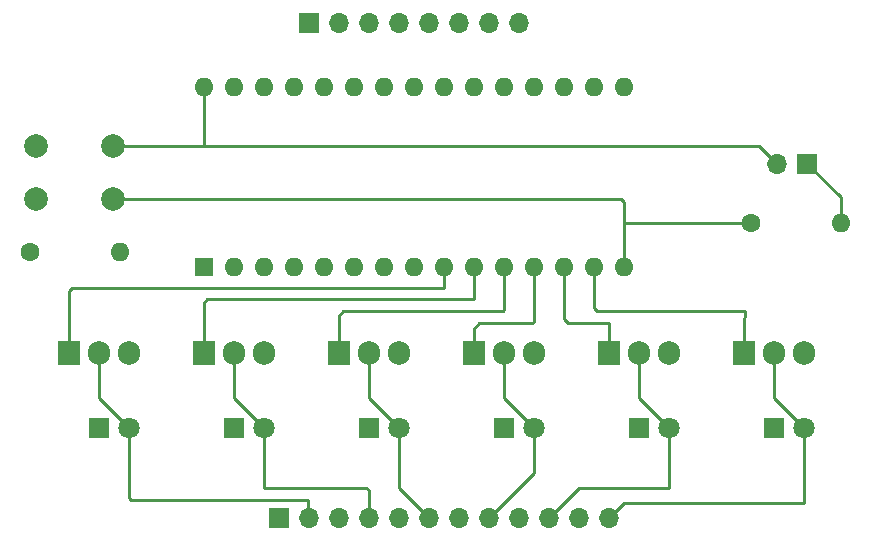
<source format=gbr>
%TF.GenerationSoftware,KiCad,Pcbnew,9.0.0*%
%TF.CreationDate,2025-07-09T11:28:47+10:00*%
%TF.ProjectId,ngmarquee.kicad_pcb_to220_1.1_m3,6e676d61-7271-4756-9565-2e6b69636164,rev?*%
%TF.SameCoordinates,Original*%
%TF.FileFunction,Copper,L1,Top*%
%TF.FilePolarity,Positive*%
%FSLAX46Y46*%
G04 Gerber Fmt 4.6, Leading zero omitted, Abs format (unit mm)*
G04 Created by KiCad (PCBNEW 9.0.0) date 2025-07-09 11:28:47*
%MOMM*%
%LPD*%
G01*
G04 APERTURE LIST*
%TA.AperFunction,ComponentPad*%
%ADD10R,1.800000X1.800000*%
%TD*%
%TA.AperFunction,ComponentPad*%
%ADD11C,1.800000*%
%TD*%
%TA.AperFunction,ComponentPad*%
%ADD12C,1.600000*%
%TD*%
%TA.AperFunction,ComponentPad*%
%ADD13O,1.600000X1.600000*%
%TD*%
%TA.AperFunction,ComponentPad*%
%ADD14R,1.905000X2.000000*%
%TD*%
%TA.AperFunction,ComponentPad*%
%ADD15O,1.905000X2.000000*%
%TD*%
%TA.AperFunction,ComponentPad*%
%ADD16R,1.700000X1.700000*%
%TD*%
%TA.AperFunction,ComponentPad*%
%ADD17O,1.700000X1.700000*%
%TD*%
%TA.AperFunction,ComponentPad*%
%ADD18C,2.000000*%
%TD*%
%TA.AperFunction,ComponentPad*%
%ADD19R,1.600000X1.600000*%
%TD*%
%TA.AperFunction,Conductor*%
%ADD20C,0.250000*%
%TD*%
G04 APERTURE END LIST*
D10*
%TO.P,D1,1*%
%TO.N,N/C*%
X100330000Y-93980000D03*
D11*
%TO.P,D1,2*%
X102870000Y-93980000D03*
%TD*%
D12*
%TO.P,R2,1*%
%TO.N,N/C*%
X155540000Y-76590000D03*
D13*
%TO.P,R2,2*%
X163160000Y-76590000D03*
%TD*%
D12*
%TO.P,R1,1*%
%TO.N,N/C*%
X94540000Y-79090000D03*
D13*
%TO.P,R1,2*%
X102160000Y-79090000D03*
%TD*%
D10*
%TO.P,D6,1*%
%TO.N,N/C*%
X157480000Y-93980000D03*
D11*
%TO.P,D6,2*%
X160020000Y-93980000D03*
%TD*%
D10*
%TO.P,D5,1*%
%TO.N,N/C*%
X146050000Y-93980000D03*
D11*
%TO.P,D5,2*%
X148590000Y-93980000D03*
%TD*%
D14*
%TO.P,Q6,1*%
%TO.N,N/C*%
X154940000Y-87630000D03*
D15*
%TO.P,Q6,2*%
X157480000Y-87630000D03*
%TO.P,Q6,3*%
X160020000Y-87630000D03*
%TD*%
D16*
%TO.P,REF\u002A\u002A,1*%
%TO.N,N/C*%
X160315000Y-71590000D03*
D17*
%TO.P,REF\u002A\u002A,2*%
X157775000Y-71590000D03*
%TD*%
D14*
%TO.P,Q2,1*%
%TO.N,N/C*%
X109220000Y-87630000D03*
D15*
%TO.P,Q2,2*%
X111760000Y-87630000D03*
%TO.P,Q2,3*%
X114300000Y-87630000D03*
%TD*%
D18*
%TO.P,REF\u002A\u002A,1*%
%TO.N,N/C*%
X95040000Y-70090000D03*
X101540000Y-70090000D03*
%TO.P,REF\u002A\u002A,2*%
X95040000Y-74590000D03*
X101540000Y-74590000D03*
%TD*%
D10*
%TO.P,D4,1*%
%TO.N,N/C*%
X134620000Y-93980000D03*
D11*
%TO.P,D4,2*%
X137160000Y-93980000D03*
%TD*%
D10*
%TO.P,D3,1*%
%TO.N,N/C*%
X123190000Y-93980000D03*
D11*
%TO.P,D3,2*%
X125730000Y-93980000D03*
%TD*%
D14*
%TO.P,Q5,1*%
%TO.N,N/C*%
X143510000Y-87630000D03*
D15*
%TO.P,Q5,2*%
X146050000Y-87630000D03*
%TO.P,Q5,3*%
X148590000Y-87630000D03*
%TD*%
D14*
%TO.P,Q4,1*%
%TO.N,N/C*%
X132080000Y-87630000D03*
D15*
%TO.P,Q4,2*%
X134620000Y-87630000D03*
%TO.P,Q4,3*%
X137160000Y-87630000D03*
%TD*%
D14*
%TO.P,Q3,1*%
%TO.N,N/C*%
X120650000Y-87630000D03*
D15*
%TO.P,Q3,2*%
X123190000Y-87630000D03*
%TO.P,Q3,3*%
X125730000Y-87630000D03*
%TD*%
D14*
%TO.P,Q1,1*%
%TO.N,N/C*%
X97790000Y-87630000D03*
D15*
%TO.P,Q1,2*%
X100330000Y-87630000D03*
%TO.P,Q1,3*%
X102870000Y-87630000D03*
%TD*%
D13*
%TO.P,A1,3V3 Out*%
%TO.N,N/C*%
X142240000Y-65090000D03*
%TO.P,A1,5V Out*%
X116840000Y-65090000D03*
%TO.P,A1,A0*%
X137160000Y-65090000D03*
%TO.P,A1,A1*%
X134620000Y-65090000D03*
%TO.P,A1,A2*%
X132080000Y-65090000D03*
%TO.P,A1,A3*%
X129540000Y-65090000D03*
%TO.P,A1,A4*%
X127000000Y-65090000D03*
%TO.P,A1,A5*%
X124460000Y-65090000D03*
%TO.P,A1,A6*%
X121920000Y-65090000D03*
%TO.P,A1,A7*%
X119380000Y-65090000D03*
%TO.P,A1,D2*%
X119380000Y-80330000D03*
%TO.P,A1,D3*%
X121920000Y-80330000D03*
%TO.P,A1,D4*%
X124460000Y-80330000D03*
%TO.P,A1,D5*%
X127000000Y-80330000D03*
%TO.P,A1,D6*%
X129540000Y-80330000D03*
%TO.P,A1,D7*%
X132080000Y-80330000D03*
%TO.P,A1,D8*%
X134620000Y-80330000D03*
%TO.P,A1,D9*%
X137160000Y-80330000D03*
%TO.P,A1,D10*%
X139700000Y-80330000D03*
%TO.P,A1,D11*%
X142240000Y-80330000D03*
%TO.P,A1,D12*%
X144780000Y-80330000D03*
%TO.P,A1,D13*%
X144780000Y-65090000D03*
%TO.P,A1,GND*%
X116840000Y-80330000D03*
X111760000Y-65090000D03*
%TO.P,A1,REF*%
X139700000Y-65090000D03*
%TO.P,A1,RST*%
X114300000Y-80330000D03*
X114300000Y-65090000D03*
%TO.P,A1,RX0*%
X111760000Y-80330000D03*
D19*
%TO.P,A1,TX1*%
X109220000Y-80330000D03*
D13*
%TO.P,A1,Vin*%
X109220000Y-65090000D03*
%TD*%
D16*
%TO.P,J1,1*%
%TO.N,N/C*%
X118110000Y-59690000D03*
D17*
%TO.P,J1,2*%
X120650000Y-59690000D03*
%TO.P,J1,3*%
X123190000Y-59690000D03*
%TO.P,J1,4*%
X125730000Y-59690000D03*
%TO.P,J1,5*%
X128270000Y-59690000D03*
%TO.P,J1,6*%
X130810000Y-59690000D03*
%TO.P,J1,7*%
X133350000Y-59690000D03*
%TO.P,J1,8*%
X135890000Y-59690000D03*
%TD*%
D10*
%TO.P,D2,1*%
%TO.N,N/C*%
X111760000Y-93980000D03*
D11*
%TO.P,D2,2*%
X114300000Y-93980000D03*
%TD*%
D16*
%TO.P,J2,1*%
%TO.N,N/C*%
X115570000Y-101600000D03*
D17*
%TO.P,J2,2*%
X118110000Y-101600000D03*
%TO.P,J2,3*%
X120650000Y-101600000D03*
%TO.P,J2,4*%
X123190000Y-101600000D03*
%TO.P,J2,5*%
X125730000Y-101600000D03*
%TO.P,J2,6*%
X128270000Y-101600000D03*
%TO.P,J2,7*%
X130810000Y-101600000D03*
%TO.P,J2,8*%
X133350000Y-101600000D03*
%TO.P,J2,9*%
X135890000Y-101600000D03*
%TO.P,J2,10*%
X138430000Y-101600000D03*
%TO.P,J2,11*%
X140970000Y-101600000D03*
%TO.P,J2,12*%
X143510000Y-101600000D03*
%TD*%
D20*
%TO.N,*%
X134620000Y-84010000D02*
X134540000Y-84090000D01*
X109040000Y-70090000D02*
X109220000Y-70090000D01*
X102870000Y-93980000D02*
X102870000Y-99920000D01*
X156275000Y-70090000D02*
X157775000Y-71590000D01*
X114300000Y-99060000D02*
X123010000Y-99060000D01*
X111760000Y-87630000D02*
X111760000Y-91440000D01*
X97790000Y-82340000D02*
X97790000Y-87630000D01*
X132540000Y-85090000D02*
X132080000Y-85550000D01*
X125730000Y-93980000D02*
X125730000Y-99060000D01*
X157480000Y-91440000D02*
X160020000Y-93980000D01*
X154940000Y-84690000D02*
X154940000Y-87630000D01*
X100330000Y-87630000D02*
X100330000Y-91440000D01*
X118040000Y-100090000D02*
X118040000Y-101530000D01*
X155540000Y-76590000D02*
X144780000Y-76590000D01*
X102870000Y-99920000D02*
X103040000Y-100090000D01*
X114300000Y-93980000D02*
X114300000Y-99060000D01*
X109220000Y-70090000D02*
X109220000Y-65090000D01*
X143540000Y-85590000D02*
X143510000Y-85620000D01*
X123190000Y-99240000D02*
X123190000Y-101600000D01*
X137160000Y-97790000D02*
X133350000Y-101600000D01*
X125730000Y-99060000D02*
X128270000Y-101600000D01*
X109220000Y-83410000D02*
X109220000Y-87630000D01*
X111760000Y-91440000D02*
X114300000Y-93980000D01*
X155040000Y-84090000D02*
X155040000Y-84590000D01*
X140040000Y-85090000D02*
X143540000Y-85090000D01*
X163160000Y-76590000D02*
X163160000Y-74435000D01*
X142240000Y-80330000D02*
X142240000Y-83790000D01*
X132040000Y-83090000D02*
X109540000Y-83090000D01*
X137160000Y-84970000D02*
X137040000Y-85090000D01*
X134620000Y-87630000D02*
X134620000Y-91440000D01*
X109540000Y-83090000D02*
X109220000Y-83410000D01*
X121040000Y-84090000D02*
X120650000Y-84480000D01*
X95040000Y-78590000D02*
X94540000Y-79090000D01*
X148590000Y-99040000D02*
X140990000Y-99040000D01*
X103040000Y-100090000D02*
X118040000Y-100090000D01*
X143510000Y-85620000D02*
X143510000Y-87630000D01*
X137040000Y-85090000D02*
X132540000Y-85090000D01*
X144780000Y-74830000D02*
X144780000Y-75090000D01*
X143540000Y-85090000D02*
X143540000Y-85590000D01*
X157480000Y-87630000D02*
X157480000Y-91440000D01*
X144820000Y-75130000D02*
X144780000Y-75090000D01*
X132080000Y-85550000D02*
X132080000Y-87630000D01*
X146050000Y-87630000D02*
X146050000Y-91440000D01*
X109220000Y-70090000D02*
X156275000Y-70090000D01*
X129540000Y-82090000D02*
X98040000Y-82090000D01*
X144540000Y-74590000D02*
X144780000Y-74830000D01*
X123190000Y-87630000D02*
X123190000Y-91440000D01*
X144780000Y-100330000D02*
X143510000Y-101600000D01*
X101540000Y-74590000D02*
X144540000Y-74590000D01*
X163160000Y-74435000D02*
X160315000Y-71590000D01*
X139700000Y-80330000D02*
X139700000Y-84750000D01*
X98040000Y-82090000D02*
X97790000Y-82340000D01*
X137160000Y-93980000D02*
X137160000Y-97790000D01*
X144780000Y-76590000D02*
X144780000Y-80330000D01*
X148590000Y-99040000D02*
X148590000Y-99060000D01*
X123190000Y-91440000D02*
X125730000Y-93980000D01*
X134540000Y-84090000D02*
X121040000Y-84090000D01*
X132080000Y-83050000D02*
X132040000Y-83090000D01*
X144780000Y-75090000D02*
X144780000Y-76590000D01*
X101540000Y-70090000D02*
X109040000Y-70090000D01*
X137160000Y-80330000D02*
X137160000Y-84970000D01*
X148590000Y-93980000D02*
X148590000Y-99040000D01*
X139700000Y-84750000D02*
X140040000Y-85090000D01*
X160020000Y-100330000D02*
X144780000Y-100330000D01*
X123010000Y-99060000D02*
X123190000Y-99240000D01*
X142240000Y-83790000D02*
X142540000Y-84090000D01*
X146050000Y-91440000D02*
X148590000Y-93980000D01*
X160020000Y-93980000D02*
X160020000Y-100330000D01*
X120650000Y-84480000D02*
X120650000Y-87630000D01*
X100330000Y-91440000D02*
X102870000Y-93980000D01*
X140990000Y-99040000D02*
X138430000Y-101600000D01*
X134620000Y-80330000D02*
X134620000Y-84010000D01*
X134620000Y-91440000D02*
X137160000Y-93980000D01*
X132080000Y-80330000D02*
X132080000Y-83050000D01*
X129540000Y-80330000D02*
X129540000Y-82090000D01*
X118040000Y-101530000D02*
X118110000Y-101600000D01*
X142540000Y-84090000D02*
X155040000Y-84090000D01*
X155040000Y-84590000D02*
X154940000Y-84690000D01*
%TD*%
M02*

</source>
